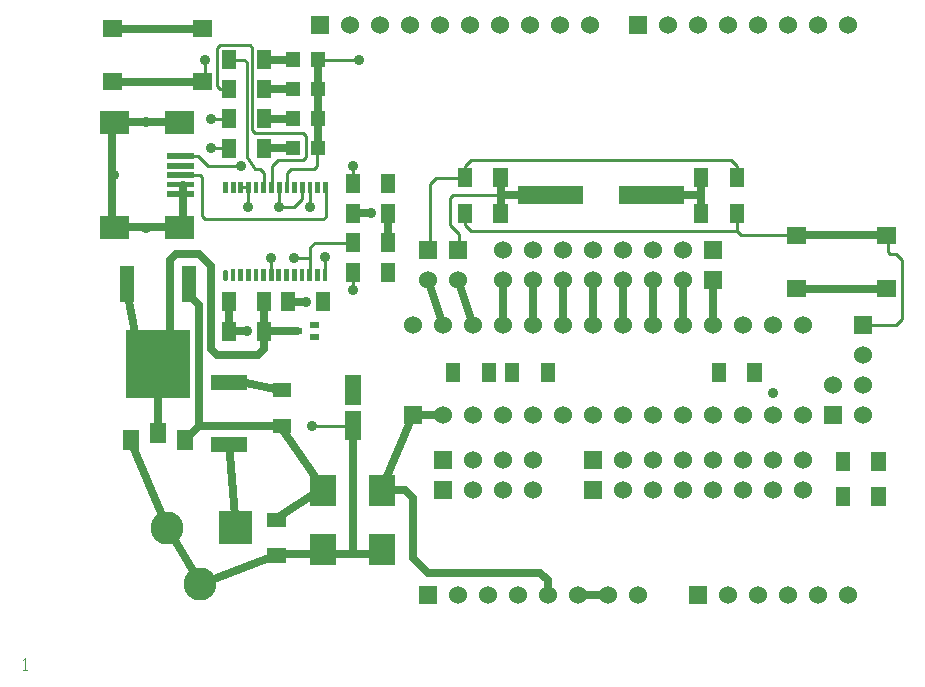
<source format=gtl>
G04 start of page 2 for group 0 idx 0 *
G04 Title: AJ.001.00.01.01, top *
G04 Creator: pcb 4.1.2 *
G04 CreationDate: Fri Sep  7 21:25:06 2018 UTC *
G04 For: bert *
G04 Format: Gerber/RS-274X *
G04 PCB-Dimensions (mil): 3200.00 2500.00 *
G04 PCB-Coordinate-Origin: lower left *
%MOIN*%
%FSLAX25Y25*%
%LNGTL*%
%ADD24C,0.0354*%
%ADD23C,0.0709*%
%ADD22C,0.0280*%
%ADD21C,0.0380*%
%ADD20C,0.1260*%
%ADD19C,0.0200*%
%ADD18C,0.0360*%
%ADD17C,0.0160*%
%ADD16C,0.1102*%
%ADD15C,0.0600*%
%ADD14C,0.0001*%
%ADD13C,0.0040*%
%ADD12C,0.0100*%
%ADD11C,0.0250*%
G54D11*X267717Y159843D02*X298425D01*
G54D12*X159449Y161417D02*X248031D01*
X267717Y159843D02*X249606D01*
X248031Y161417D01*
G54D11*X298425Y142126D02*X267717D01*
X240000Y130000D02*Y145000D01*
X230000Y130000D02*Y145000D01*
X220000Y130000D02*Y145000D01*
X210000Y130000D02*Y145000D01*
X200000Y130000D02*Y145000D01*
X190000Y130000D02*Y145000D01*
X236220Y167323D02*Y179134D01*
G54D12*X248031D02*Y183071D01*
X246063Y185039D01*
X248031Y161417D02*Y167323D01*
X298425Y159843D02*Y154331D01*
X299213Y153543D01*
X301181D01*
X303150Y151575D01*
Y131890D01*
X301181Y129921D01*
X289370D01*
G54D11*X180000Y130000D02*Y145000D01*
X170000Y130000D02*Y145000D01*
X160000Y130000D02*X155000Y145000D01*
X150000Y130000D02*X145000Y145000D01*
X226378Y173228D02*X236220D01*
G54D12*X246063Y185039D02*X159449D01*
X157480Y183071D01*
Y179134D01*
X169291Y173228D02*X153543D01*
X152559Y172244D01*
G54D11*X169291Y179134D02*Y167323D01*
X177165Y173228D02*X169291D01*
G54D12*X157480Y167323D02*Y163386D01*
X159449Y161417D01*
X152559Y172244D02*Y163386D01*
X155512Y160433D01*
Y155512D01*
X157480Y179134D02*X147638D01*
X145669Y177165D01*
Y155512D01*
G54D11*X195000Y40000D02*X205000D01*
X95000Y53652D02*X128652D01*
X185000Y40000D02*Y45000D01*
X182500Y47500D01*
X145000D01*
X131890Y167323D02*Y157480D01*
X125984Y167323D02*X120079D01*
G54D12*Y157480D02*X107480D01*
X105906Y155906D01*
X110236Y165354D02*X111024Y166142D01*
X120079Y147638D02*Y141732D01*
X105906Y147638D02*Y151181D01*
Y152362D02*X100394D01*
G54D11*X104331Y137795D02*X98228D01*
G54D12*X110827Y152559D02*Y147441D01*
X105906Y155906D02*Y151181D01*
X95472Y169291D02*Y175984D01*
X103150Y171850D02*X100591Y169291D01*
X95472D01*
X105906Y175984D02*Y169291D01*
X103150Y175984D02*Y171850D01*
X98031Y175984D02*Y180709D01*
X99409Y182087D01*
X111024Y166142D02*Y175984D01*
X99409Y182087D02*X107283D01*
X108268Y183071D01*
X103346Y185039D02*X95079D01*
G54D11*X44882Y141339D02*X47638Y125591D01*
X59055Y124016D02*Y151575D01*
X72835Y149606D02*Y122047D01*
X74803Y120079D01*
X68898Y96457D02*Y136811D01*
X65945Y139764D01*
X59055Y151575D02*X61024Y153543D01*
X68898D01*
X72835Y149606D01*
X63386Y162598D02*X39764D01*
X78740Y137795D02*Y127953D01*
G54D12*X92913Y147244D02*Y152362D01*
G54D11*X55118Y94488D02*Y108268D01*
X95669Y96457D02*X68898D01*
X64961Y92520D01*
X58268Y62598D02*X69291Y43701D01*
X93701Y53150D01*
X78740Y90551D02*X81102Y62205D01*
X58268Y62598D02*X46063Y90945D01*
X74803Y120079D02*X88583D01*
X145000Y47500D02*X140000Y52500D01*
Y72500D01*
X93701Y64961D02*X110236Y75591D01*
X95669Y96457D02*X110236Y75591D01*
X120000Y53652D02*Y95000D01*
X129921Y75591D02*X140000Y100000D01*
Y72500D02*X137500Y75000D01*
X129678D01*
X95669Y108268D02*X82677Y111024D01*
X140000Y100000D02*X150000D01*
G54D12*X106299Y96457D02*X119921D01*
X120000Y96378D01*
G54D11*X101476Y127953D02*X90551D01*
X84646D02*X78740D01*
X88583Y120079D02*X90551Y122047D01*
Y137795D02*Y122047D01*
X39764Y197638D02*X63386D01*
X39764Y228740D02*X70472D01*
X39764Y211024D02*X70472D01*
G54D12*X70866Y218504D02*Y211024D01*
G54D11*X39764Y197638D02*Y162933D01*
X63402Y162598D02*Y176598D01*
G54D12*X71654Y183071D02*X68504Y186220D01*
X65157D01*
Y180118D02*X69094D01*
X69882Y179331D01*
Y166339D01*
X70866Y165354D01*
G54D11*X108466Y218504D02*Y188976D01*
X90551Y208661D02*X100196D01*
X90551Y218504D02*X100196D01*
G54D12*X122047D02*X108466D01*
X87598Y193898D02*X103346D01*
X104331Y192913D01*
Y186024D01*
X120079Y183071D02*Y177165D01*
X84646Y186024D02*Y217520D01*
X83661Y218504D01*
X78740D01*
X86614Y222441D02*Y194882D01*
X87598Y193898D01*
X78740Y208661D02*X75787D01*
X74803Y209646D01*
Y222441D01*
X75787Y223425D01*
X85630D01*
X86614Y222441D01*
X72835Y198819D02*X78740D01*
X72835Y188976D02*X78740D01*
X85236Y169291D02*Y175984D01*
X70866Y165354D02*X110236D01*
X87598Y182087D02*X84646Y186024D01*
G54D11*X90551Y198819D02*X100196D01*
X90551Y188976D02*X100196D01*
G54D12*X108268Y183071D02*Y188580D01*
X104331Y186024D02*X103346Y185039D01*
X95079D02*X93110Y183071D01*
X82677D02*X71654D01*
X82677Y175984D02*X85236D01*
X90354D02*Y180709D01*
X88976Y182087D01*
X87598D01*
X93110Y183071D02*Y175984D01*
G54D13*X10000Y18200D02*X10800Y19000D01*
Y15000D01*
X10000D02*X11500D01*
G54D14*G36*
X287000Y133000D02*Y127000D01*
X293000D01*
Y133000D01*
X287000D01*
G37*
G54D15*X290000Y120000D03*
Y110000D03*
Y100000D03*
G54D14*G36*
X237000Y158000D02*Y152000D01*
X243000D01*
Y158000D01*
X237000D01*
G37*
G54D15*X240000Y75000D03*
X250000D03*
X260000D03*
X270000D03*
G54D14*G36*
X277000Y103000D02*Y97000D01*
X283000D01*
Y103000D01*
X277000D01*
G37*
G54D15*X280000Y110000D03*
X165000Y40000D03*
X175000D03*
X185000D03*
X195000D03*
X205000D03*
X215000D03*
G54D14*G36*
X232000Y43000D02*Y37000D01*
X238000D01*
Y43000D01*
X232000D01*
G37*
G54D15*X245000Y40000D03*
X255000D03*
X265000D03*
X275000D03*
X285000D03*
G54D14*G36*
X212000Y233000D02*Y227000D01*
X218000D01*
Y233000D01*
X212000D01*
G37*
G54D15*X225000Y230000D03*
X235000D03*
X245000D03*
X255000D03*
X265000D03*
X275000D03*
X285000D03*
X230000Y145000D03*
X220000D03*
X210000D03*
X200000D03*
X190000D03*
X220000Y155000D03*
X210000D03*
X200000D03*
X190000D03*
G54D14*G36*
X197000Y88000D02*Y82000D01*
X203000D01*
Y88000D01*
X197000D01*
G37*
G54D15*X210000Y85000D03*
X190000Y100000D03*
X200000D03*
X210000D03*
X220000Y85000D03*
Y100000D03*
G54D14*G36*
X237000Y148000D02*Y142000D01*
X243000D01*
Y148000D01*
X237000D01*
G37*
G54D15*X240000Y130000D03*
X230000D03*
X220000D03*
X210000D03*
Y75000D03*
X220000D03*
X200000Y130000D03*
X190000D03*
X170000D03*
X180000Y155000D03*
X170000D03*
Y75000D03*
X180000D03*
G54D14*G36*
X197000Y78000D02*Y72000D01*
X203000D01*
Y78000D01*
X197000D01*
G37*
G54D15*X270000Y130000D03*
X260000D03*
X250000D03*
X230000Y85000D03*
Y100000D03*
X240000D03*
X230000Y75000D03*
X240000Y85000D03*
X250000D03*
X260000D03*
X270000D03*
X230000Y155000D03*
X250000Y100000D03*
X260000D03*
X270000D03*
G54D14*G36*
X75531Y68012D02*Y56988D01*
X86555D01*
Y68012D01*
X75531D01*
G37*
G36*
X106000Y233000D02*Y227000D01*
X112000D01*
Y233000D01*
X106000D01*
G37*
G54D15*X119000Y230000D03*
X129000D03*
X139000D03*
X149000D03*
X159000D03*
X169000D03*
X179000D03*
X189000D03*
X199000D03*
G54D14*G36*
X142000Y43000D02*Y37000D01*
X148000D01*
Y43000D01*
X142000D01*
G37*
G54D15*X155000Y40000D03*
G54D16*X58209Y62500D03*
X69232Y43602D03*
G54D14*G36*
X147000Y88000D02*Y82000D01*
X153000D01*
Y88000D01*
X147000D01*
G37*
G36*
X137000Y103000D02*Y97000D01*
X143000D01*
Y103000D01*
X137000D01*
G37*
G54D15*X150000Y100000D03*
G54D14*G36*
X147000Y78000D02*Y72000D01*
X153000D01*
Y78000D01*
X147000D01*
G37*
G54D15*X160000Y85000D03*
Y100000D03*
Y75000D03*
X170000Y85000D03*
X180000D03*
X170000Y100000D03*
X180000D03*
Y145000D03*
X170000D03*
X180000Y130000D03*
X160000D03*
X150000D03*
X140000D03*
G54D14*G36*
X142000Y158000D02*Y152000D01*
X148000D01*
Y158000D01*
X142000D01*
G37*
G54D15*X145000Y145000D03*
G54D14*G36*
X152000Y158000D02*Y152000D01*
X158000D01*
Y158000D01*
X152000D01*
G37*
G54D15*X155000Y145000D03*
G54D14*G36*
X175197Y176181D02*Y170276D01*
X196850D01*
Y176181D01*
X175197D01*
G37*
G36*
X208661D02*Y170276D01*
X230315D01*
Y176181D01*
X208661D01*
G37*
G36*
X159843Y170472D02*X155118D01*
Y164173D01*
X159843D01*
Y170472D01*
G37*
G36*
X134252Y160630D02*X129528D01*
Y154331D01*
X134252D01*
Y160630D01*
G37*
G36*
X122441D02*X117717D01*
Y154331D01*
X122441D01*
Y160630D01*
G37*
G36*
X171654Y170472D02*X166929D01*
Y164173D01*
X171654D01*
Y170472D01*
G37*
G36*
Y182283D02*X166929D01*
Y175984D01*
X171654D01*
Y182283D01*
G37*
G36*
X159843D02*X155118D01*
Y175984D01*
X159843D01*
Y182283D01*
G37*
G36*
X244488Y117323D02*X239764D01*
Y111024D01*
X244488D01*
Y117323D01*
G37*
G36*
X256299D02*X251575D01*
Y111024D01*
X256299D01*
Y117323D01*
G37*
G36*
X175591D02*X170866D01*
Y111024D01*
X175591D01*
Y117323D01*
G37*
G36*
X187402D02*X182677D01*
Y111024D01*
X187402D01*
Y117323D01*
G37*
G36*
X122441Y150787D02*X117717D01*
Y144488D01*
X122441D01*
Y150787D01*
G37*
G36*
X134252D02*X129528D01*
Y144488D01*
X134252D01*
Y150787D01*
G37*
G36*
X122653Y101394D02*X117504D01*
Y91520D01*
X122653D01*
Y101394D01*
G37*
G36*
X134252Y79921D02*X125591D01*
Y69685D01*
X134252D01*
Y79921D01*
G37*
G36*
X114567D02*X105906D01*
Y69685D01*
X114567D01*
Y79921D01*
G37*
G36*
Y60236D02*X105906D01*
Y50000D01*
X114567D01*
Y60236D01*
G37*
G36*
X134252D02*X125591D01*
Y50000D01*
X134252D01*
Y60236D01*
G37*
G36*
X91339Y55512D02*Y50787D01*
X97638D01*
Y55512D01*
X91339D01*
G37*
G36*
Y67323D02*Y62598D01*
X97638D01*
Y67323D01*
X91339D01*
G37*
G36*
X167717Y117323D02*X162992D01*
Y111024D01*
X167717D01*
Y117323D01*
G37*
G36*
X155906D02*X151181D01*
Y111024D01*
X155906D01*
Y117323D01*
G37*
G36*
X93307Y110630D02*Y105906D01*
X99606D01*
Y110630D01*
X93307D01*
G37*
G36*
Y98819D02*Y94094D01*
X99606D01*
Y98819D01*
X93307D01*
G37*
G36*
X264890Y162614D02*Y157102D01*
X271189D01*
Y162614D01*
X264890D01*
G37*
G36*
X294811D02*Y157102D01*
X301110D01*
Y162614D01*
X294811D01*
G37*
G36*
X264890Y144898D02*Y139386D01*
X271189D01*
Y144898D01*
X264890D01*
G37*
G36*
X294811D02*Y139386D01*
X301110D01*
Y144898D01*
X294811D01*
G37*
G36*
X250394Y170472D02*X245669D01*
Y164173D01*
X250394D01*
Y170472D01*
G37*
G36*
X238583D02*X233858D01*
Y164173D01*
X238583D01*
Y170472D01*
G37*
G36*
Y182283D02*X233858D01*
Y175984D01*
X238583D01*
Y182283D01*
G37*
G36*
X250394D02*X245669D01*
Y175984D01*
X250394D01*
Y182283D01*
G37*
G36*
X285827Y87795D02*X281102D01*
Y81496D01*
X285827D01*
Y87795D01*
G37*
G36*
X297638D02*X292913D01*
Y81496D01*
X297638D01*
Y87795D01*
G37*
G36*
X285827Y75984D02*X281102D01*
Y69685D01*
X285827D01*
Y75984D01*
G37*
G36*
X297638D02*X292913D01*
Y69685D01*
X297638D01*
Y75984D01*
G37*
G36*
X99934Y129003D02*Y126903D01*
X103019D01*
Y129003D01*
X99934D01*
G37*
G36*
X105643Y130971D02*Y128871D01*
X108727D01*
Y130971D01*
X105643D01*
G37*
G36*
Y127034D02*Y124934D01*
X108727D01*
Y127034D01*
X105643D01*
G37*
G54D17*X77500Y147826D02*Y145626D01*
G54D14*G36*
X80900Y148626D02*X79300D01*
Y144826D01*
X80900D01*
Y148626D01*
G37*
G36*
X83400D02*X81800D01*
Y144826D01*
X83400D01*
Y148626D01*
G37*
G36*
X86000D02*X84400D01*
Y144826D01*
X86000D01*
Y148626D01*
G37*
G36*
X88600D02*X87000D01*
Y144826D01*
X88600D01*
Y148626D01*
G37*
G36*
X91100D02*X89500D01*
Y144826D01*
X91100D01*
Y148626D01*
G37*
G36*
X93700D02*X92100D01*
Y144826D01*
X93700D01*
Y148626D01*
G37*
G36*
X96200D02*X94600D01*
Y144826D01*
X96200D01*
Y148626D01*
G37*
G36*
X98800D02*X97200D01*
Y144826D01*
X98800D01*
Y148626D01*
G37*
G36*
X100787Y140945D02*X96063D01*
Y134646D01*
X100787D01*
Y140945D01*
G37*
G36*
X92913D02*X88189D01*
Y134646D01*
X92913D01*
Y140945D01*
G37*
G36*
Y131102D02*X88189D01*
Y124803D01*
X92913D01*
Y131102D01*
G37*
G36*
X58209Y187283D02*Y185315D01*
X67264D01*
Y187283D01*
X58209D01*
G37*
G36*
Y184134D02*Y182165D01*
X67264D01*
Y184134D01*
X58209D01*
G37*
G36*
Y180984D02*Y179016D01*
X67264D01*
Y180984D01*
X58209D01*
G37*
G36*
Y177835D02*Y175866D01*
X67264D01*
Y177835D01*
X58209D01*
G37*
G36*
X81102Y192126D02*X76378D01*
Y185827D01*
X81102D01*
Y192126D01*
G37*
G36*
X92913D02*X88189D01*
Y185827D01*
X92913D01*
Y192126D01*
G37*
G36*
X58209Y174685D02*Y172717D01*
X67264D01*
Y174685D01*
X58209D01*
G37*
G36*
X57421Y166417D02*Y158543D01*
X67264D01*
Y166417D01*
X57421D01*
G37*
G36*
X35768D02*Y158543D01*
X45610D01*
Y166417D01*
X35768D01*
G37*
G36*
X101400Y148626D02*X99800D01*
Y144826D01*
X101400D01*
Y148626D01*
G37*
G36*
X103900D02*X102300D01*
Y144826D01*
X103900D01*
Y148626D01*
G37*
G36*
X106500D02*X104900D01*
Y144826D01*
X106500D01*
Y148626D01*
G37*
G36*
X109000D02*X107400D01*
Y144826D01*
X109000D01*
Y148626D01*
G37*
G36*
X111600D02*X110000D01*
Y144826D01*
X111600D01*
Y148626D01*
G37*
G36*
X112598Y140945D02*X107874D01*
Y134646D01*
X112598D01*
Y140945D01*
G37*
G36*
X122653Y113205D02*X117504D01*
Y103331D01*
X122653D01*
Y113205D01*
G37*
G36*
X122441Y170472D02*X117717D01*
Y164173D01*
X122441D01*
Y170472D01*
G37*
G36*
X134252D02*X129528D01*
Y164173D01*
X134252D01*
Y170472D01*
G37*
G36*
X122441Y180315D02*X117717D01*
Y174016D01*
X122441D01*
Y180315D01*
G37*
G36*
X134252D02*X129528D01*
Y174016D01*
X134252D01*
Y180315D01*
G37*
G36*
X97833Y201181D02*Y196456D01*
X102558D01*
Y201181D01*
X97833D01*
G37*
G36*
Y211024D02*Y206299D01*
X102558D01*
Y211024D01*
X97833D01*
G37*
G36*
Y220866D02*Y216141D01*
X102558D01*
Y220866D01*
X97833D01*
G37*
G36*
X106103Y201181D02*Y196456D01*
X110828D01*
Y201181D01*
X106103D01*
G37*
G36*
Y211024D02*Y206299D01*
X110828D01*
Y211024D01*
X106103D01*
G37*
G36*
Y220866D02*Y216141D01*
X110828D01*
Y220866D01*
X106103D01*
G37*
G36*
X97833Y191339D02*Y186614D01*
X102558D01*
Y191339D01*
X97833D01*
G37*
G36*
X106103D02*Y186614D01*
X110828D01*
Y191339D01*
X106103D01*
G37*
G36*
X111700Y177726D02*X110100D01*
Y173926D01*
X111700D01*
Y177726D01*
G37*
G36*
X109100D02*X107500D01*
Y173926D01*
X109100D01*
Y177726D01*
G37*
G36*
X106600D02*X105000D01*
Y173926D01*
X106600D01*
Y177726D01*
G37*
G36*
X104000D02*X102400D01*
Y173926D01*
X104000D01*
Y177726D01*
G37*
G36*
X101400D02*X99800D01*
Y173926D01*
X101400D01*
Y177726D01*
G37*
G36*
X98900D02*X97300D01*
Y173926D01*
X98900D01*
Y177726D01*
G37*
G36*
X96300D02*X94700D01*
Y173926D01*
X96300D01*
Y177726D01*
G37*
G36*
X93800D02*X92200D01*
Y173926D01*
X93800D01*
Y177726D01*
G37*
G36*
X91200D02*X89600D01*
Y173926D01*
X91200D01*
Y177726D01*
G37*
G36*
X88600D02*X87000D01*
Y173926D01*
X88600D01*
Y177726D01*
G37*
G36*
X86100D02*X84500D01*
Y173926D01*
X86100D01*
Y177726D01*
G37*
G36*
X83500D02*X81900D01*
Y173926D01*
X83500D01*
Y177726D01*
G37*
G36*
X81000D02*X79400D01*
Y173926D01*
X81000D01*
Y177726D01*
G37*
G36*
X78400D02*X76800D01*
Y173926D01*
X78400D01*
Y177726D01*
G37*
G36*
X67913Y149606D02*X62992D01*
Y137795D01*
X67913D01*
Y149606D01*
G37*
G36*
X47244D02*X42323D01*
Y137795D01*
X47244D01*
Y149606D01*
G37*
G36*
X65945Y128228D02*X44291D01*
Y105787D01*
X65945D01*
Y128228D01*
G37*
G36*
X72835Y113189D02*Y108268D01*
X84646D01*
Y113189D01*
X72835D01*
G37*
G36*
Y92520D02*Y87598D01*
X84646D01*
Y92520D01*
X72835D01*
G37*
G36*
X81102Y140945D02*X76378D01*
Y134646D01*
X81102D01*
Y140945D01*
G37*
G36*
Y131102D02*X76378D01*
Y124803D01*
X81102D01*
Y131102D01*
G37*
G36*
X48681Y95000D02*X43563D01*
Y88307D01*
X48681D01*
Y95000D01*
G37*
G36*
X57677Y97283D02*X52559D01*
Y90591D01*
X57677D01*
Y97283D01*
G37*
G36*
X66673Y95000D02*X61555D01*
Y88307D01*
X66673D01*
Y95000D01*
G37*
G36*
X57421Y201457D02*Y193583D01*
X67264D01*
Y201457D01*
X57421D01*
G37*
G36*
X35768D02*Y193583D01*
X45610D01*
Y201457D01*
X35768D01*
G37*
G36*
X36890Y213898D02*Y208386D01*
X43189D01*
Y213898D01*
X36890D01*
G37*
G36*
Y231614D02*Y226102D01*
X43189D01*
Y231614D01*
X36890D01*
G37*
G36*
X66811D02*Y226102D01*
X73110D01*
Y231614D01*
X66811D01*
G37*
G36*
Y213898D02*Y208386D01*
X73110D01*
Y213898D01*
X66811D01*
G37*
G36*
X81102Y221654D02*X76378D01*
Y215354D01*
X81102D01*
Y221654D01*
G37*
G36*
Y211811D02*X76378D01*
Y205512D01*
X81102D01*
Y211811D01*
G37*
G36*
Y201969D02*X76378D01*
Y195669D01*
X81102D01*
Y201969D01*
G37*
G36*
X92913D02*X88189D01*
Y195669D01*
X92913D01*
Y201969D01*
G37*
G36*
Y221654D02*X88189D01*
Y215354D01*
X92913D01*
Y221654D01*
G37*
G36*
Y211811D02*X88189D01*
Y205512D01*
X92913D01*
Y211811D01*
G37*
G54D18*X260000Y107500D03*
X100394Y152362D03*
X104331Y137795D03*
X84646Y127953D03*
X85236Y169291D03*
X120079Y141732D03*
Y183071D03*
X106299Y96457D03*
X105906Y169291D03*
X125984Y167323D03*
X110827Y152559D03*
X70866Y218504D03*
X72835Y198819D03*
Y188976D03*
X51181Y197835D03*
X40354Y180118D03*
X122047Y218504D03*
X92913Y152362D03*
X95472Y169291D03*
X51181Y162402D03*
X82677Y183071D03*
G54D19*G54D20*G54D21*G54D22*G54D21*G54D22*G54D21*G54D22*G54D21*G54D22*G54D21*G54D22*G54D21*G54D22*G54D21*G54D22*G54D20*G54D23*G54D21*G54D24*G54D21*G54D23*G54D21*G54D22*G54D21*G54D22*G54D21*G54D22*G54D21*G54D22*G54D21*M02*

</source>
